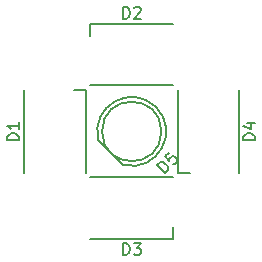
<source format=gto>
G04 #@! TF.FileFunction,Legend,Top*
%FSLAX46Y46*%
G04 Gerber Fmt 4.6, Leading zero omitted, Abs format (unit mm)*
G04 Created by KiCad (PCBNEW 4.0.4-stable) date 10/29/16 17:51:51*
%MOMM*%
%LPD*%
G01*
G04 APERTURE LIST*
%ADD10C,0.100000*%
%ADD11C,0.150000*%
G04 APERTURE END LIST*
D10*
D11*
X134900000Y-64500000D02*
X134900000Y-57500000D01*
X140100000Y-64500000D02*
X140100000Y-57500000D01*
X140100000Y-57500000D02*
X139100000Y-57500000D01*
X147500000Y-57100000D02*
X140500000Y-57100000D01*
X147500000Y-51900000D02*
X140500000Y-51900000D01*
X140500000Y-51900000D02*
X140500000Y-52900000D01*
X140500000Y-64900000D02*
X147500000Y-64900000D01*
X140500000Y-70100000D02*
X147500000Y-70100000D01*
X147500000Y-70100000D02*
X147500000Y-69100000D01*
X153100000Y-57500000D02*
X153100000Y-64500000D01*
X147900000Y-57500000D02*
X147900000Y-64500000D01*
X147900000Y-64500000D02*
X148900000Y-64500000D01*
X143319215Y-63837326D02*
G75*
G03X141169598Y-61709081I678811J2835352D01*
G01*
X143290919Y-63830402D02*
X141169598Y-61709081D01*
X146515962Y-61001974D02*
G75*
G03X146515962Y-61001974I-2517936J0D01*
G01*
X134452381Y-61738095D02*
X133452381Y-61738095D01*
X133452381Y-61500000D01*
X133500000Y-61357142D01*
X133595238Y-61261904D01*
X133690476Y-61214285D01*
X133880952Y-61166666D01*
X134023810Y-61166666D01*
X134214286Y-61214285D01*
X134309524Y-61261904D01*
X134404762Y-61357142D01*
X134452381Y-61500000D01*
X134452381Y-61738095D01*
X134452381Y-60214285D02*
X134452381Y-60785714D01*
X134452381Y-60500000D02*
X133452381Y-60500000D01*
X133595238Y-60595238D01*
X133690476Y-60690476D01*
X133738095Y-60785714D01*
X143261905Y-51452381D02*
X143261905Y-50452381D01*
X143500000Y-50452381D01*
X143642858Y-50500000D01*
X143738096Y-50595238D01*
X143785715Y-50690476D01*
X143833334Y-50880952D01*
X143833334Y-51023810D01*
X143785715Y-51214286D01*
X143738096Y-51309524D01*
X143642858Y-51404762D01*
X143500000Y-51452381D01*
X143261905Y-51452381D01*
X144214286Y-50547619D02*
X144261905Y-50500000D01*
X144357143Y-50452381D01*
X144595239Y-50452381D01*
X144690477Y-50500000D01*
X144738096Y-50547619D01*
X144785715Y-50642857D01*
X144785715Y-50738095D01*
X144738096Y-50880952D01*
X144166667Y-51452381D01*
X144785715Y-51452381D01*
X143261905Y-71452381D02*
X143261905Y-70452381D01*
X143500000Y-70452381D01*
X143642858Y-70500000D01*
X143738096Y-70595238D01*
X143785715Y-70690476D01*
X143833334Y-70880952D01*
X143833334Y-71023810D01*
X143785715Y-71214286D01*
X143738096Y-71309524D01*
X143642858Y-71404762D01*
X143500000Y-71452381D01*
X143261905Y-71452381D01*
X144166667Y-70452381D02*
X144785715Y-70452381D01*
X144452381Y-70833333D01*
X144595239Y-70833333D01*
X144690477Y-70880952D01*
X144738096Y-70928571D01*
X144785715Y-71023810D01*
X144785715Y-71261905D01*
X144738096Y-71357143D01*
X144690477Y-71404762D01*
X144595239Y-71452381D01*
X144309524Y-71452381D01*
X144214286Y-71404762D01*
X144166667Y-71357143D01*
X154452381Y-61738095D02*
X153452381Y-61738095D01*
X153452381Y-61500000D01*
X153500000Y-61357142D01*
X153595238Y-61261904D01*
X153690476Y-61214285D01*
X153880952Y-61166666D01*
X154023810Y-61166666D01*
X154214286Y-61214285D01*
X154309524Y-61261904D01*
X154404762Y-61357142D01*
X154452381Y-61500000D01*
X154452381Y-61738095D01*
X153785714Y-60309523D02*
X154452381Y-60309523D01*
X153404762Y-60547619D02*
X154119048Y-60785714D01*
X154119048Y-60166666D01*
X146849283Y-64537845D02*
X146142176Y-63830738D01*
X146310535Y-63662379D01*
X146445222Y-63595035D01*
X146579909Y-63595035D01*
X146680924Y-63628707D01*
X146849283Y-63729722D01*
X146950299Y-63830738D01*
X147051314Y-63999096D01*
X147084985Y-64100112D01*
X147084985Y-64234798D01*
X147017641Y-64369486D01*
X146849283Y-64537845D01*
X147186001Y-62786913D02*
X146849283Y-63123631D01*
X147152328Y-63494020D01*
X147152328Y-63426677D01*
X147186000Y-63325661D01*
X147354359Y-63157302D01*
X147455374Y-63123630D01*
X147522718Y-63123630D01*
X147623734Y-63157303D01*
X147792092Y-63325661D01*
X147825764Y-63426677D01*
X147825764Y-63494020D01*
X147792092Y-63595035D01*
X147623733Y-63763394D01*
X147522718Y-63797066D01*
X147455374Y-63797066D01*
M02*

</source>
